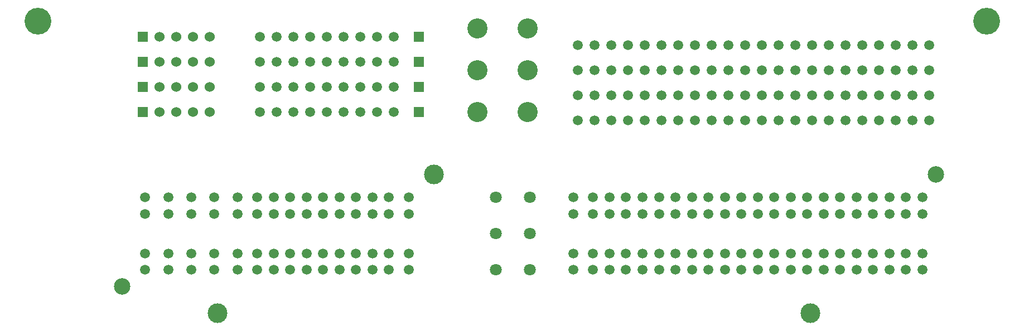
<source format=gts>
G04 (created by PCBNEW (2013-07-07 BZR 4022)-stable) date 02/06/2014 08:27:59*
%MOIN*%
G04 Gerber Fmt 3.4, Leading zero omitted, Abs format*
%FSLAX34Y34*%
G01*
G70*
G90*
G04 APERTURE LIST*
%ADD10C,0.00590551*%
%ADD11C,0.11811*%
%ADD12C,0.0984252*%
%ADD13C,0.0590551*%
%ADD14C,0.0708661*%
%ADD15R,0.06X0.06*%
%ADD16C,0.06*%
%ADD17C,0.12063*%
%ADD18C,0.16*%
G04 APERTURE END LIST*
G54D10*
G54D11*
X41456Y-56043D03*
X76889Y-56043D03*
X54370Y-47736D03*
G54D12*
X84370Y-47736D03*
X35748Y-54429D03*
G54D13*
X37125Y-53444D03*
X38503Y-53444D03*
X39881Y-53444D03*
X41259Y-53444D03*
X42637Y-53444D03*
X43818Y-53444D03*
X44803Y-53444D03*
X45787Y-53444D03*
X46771Y-53444D03*
X47755Y-53444D03*
X48740Y-53444D03*
X49724Y-53444D03*
X50708Y-53444D03*
X51692Y-53444D03*
X52874Y-53444D03*
X37125Y-52460D03*
X38503Y-52460D03*
X39881Y-52460D03*
X41259Y-52460D03*
X42637Y-52460D03*
X43818Y-52460D03*
X44803Y-52460D03*
X45787Y-52460D03*
X46771Y-52460D03*
X47755Y-52460D03*
X48740Y-52460D03*
X49724Y-52460D03*
X50708Y-52460D03*
X51692Y-52460D03*
X52874Y-52460D03*
X37125Y-50098D03*
X38503Y-50098D03*
X39881Y-50098D03*
X41259Y-50098D03*
X42637Y-50098D03*
X43818Y-50098D03*
X44803Y-50098D03*
X45787Y-50098D03*
X46771Y-50098D03*
X47755Y-50098D03*
X48740Y-50098D03*
X49724Y-50098D03*
X50708Y-50098D03*
X51692Y-50098D03*
X52874Y-50098D03*
X37125Y-49114D03*
X38503Y-49114D03*
X39881Y-49114D03*
X41259Y-49114D03*
X42637Y-49114D03*
X43818Y-49114D03*
X44803Y-49114D03*
X45787Y-49114D03*
X46771Y-49114D03*
X47755Y-49114D03*
X48740Y-49114D03*
X49724Y-49114D03*
X50708Y-49114D03*
X51692Y-49114D03*
X52874Y-49114D03*
G54D14*
X58070Y-53444D03*
X60118Y-53444D03*
X58070Y-51279D03*
X60118Y-51279D03*
X58070Y-49114D03*
X60118Y-49114D03*
G54D13*
X62716Y-53444D03*
X63897Y-53444D03*
X64881Y-53444D03*
X65866Y-53444D03*
X66850Y-53444D03*
X67834Y-53444D03*
X68818Y-53444D03*
X69803Y-53444D03*
X70787Y-53444D03*
X71771Y-53444D03*
X72755Y-53444D03*
X73740Y-53444D03*
X74724Y-53444D03*
X75708Y-53444D03*
X76692Y-53444D03*
X77677Y-53444D03*
X78661Y-53444D03*
X79645Y-53444D03*
X80629Y-53444D03*
X81614Y-53444D03*
X82598Y-53444D03*
X83582Y-53444D03*
X62716Y-52460D03*
X63897Y-52460D03*
X64881Y-52460D03*
X65866Y-52460D03*
X66850Y-52460D03*
X67834Y-52460D03*
X68818Y-52460D03*
X69803Y-52460D03*
X70787Y-52460D03*
X71771Y-52460D03*
X72755Y-52460D03*
X73740Y-52460D03*
X74724Y-52460D03*
X75708Y-52460D03*
X76692Y-52460D03*
X77677Y-52460D03*
X78661Y-52460D03*
X79645Y-52460D03*
X80629Y-52460D03*
X81614Y-52460D03*
X82598Y-52460D03*
X83582Y-52460D03*
X62716Y-50098D03*
X63897Y-50098D03*
X64881Y-50098D03*
X65866Y-50098D03*
X66850Y-50098D03*
X67834Y-50098D03*
X68818Y-50098D03*
X69803Y-50098D03*
X70787Y-50098D03*
X71771Y-50098D03*
X72755Y-50098D03*
X73740Y-50098D03*
X74724Y-50098D03*
X75708Y-50098D03*
X76692Y-50098D03*
X77677Y-50098D03*
X78661Y-50098D03*
X79645Y-50098D03*
X80629Y-50098D03*
X81614Y-50098D03*
X82598Y-50098D03*
X83582Y-50098D03*
X62716Y-49114D03*
X63897Y-49114D03*
X64881Y-49114D03*
X65866Y-49114D03*
X66850Y-49114D03*
X67834Y-49114D03*
X68818Y-49114D03*
X69803Y-49114D03*
X70787Y-49114D03*
X71771Y-49114D03*
X72755Y-49114D03*
X73740Y-49114D03*
X74724Y-49114D03*
X75708Y-49114D03*
X76692Y-49114D03*
X77677Y-49114D03*
X78661Y-49114D03*
X79645Y-49114D03*
X80629Y-49114D03*
X81614Y-49114D03*
X82598Y-49114D03*
X83582Y-49114D03*
X44000Y-39500D03*
X45000Y-39500D03*
X46000Y-39500D03*
X47000Y-39500D03*
X48000Y-39500D03*
X49000Y-39500D03*
X50000Y-39500D03*
X51000Y-39500D03*
X52000Y-39500D03*
X44000Y-41000D03*
X45000Y-41000D03*
X46000Y-41000D03*
X47000Y-41000D03*
X48000Y-41000D03*
X49000Y-41000D03*
X50000Y-41000D03*
X51000Y-41000D03*
X52000Y-41000D03*
X44000Y-42500D03*
X45000Y-42500D03*
X46000Y-42500D03*
X47000Y-42500D03*
X48000Y-42500D03*
X49000Y-42500D03*
X50000Y-42500D03*
X51000Y-42500D03*
X52000Y-42500D03*
X44000Y-44000D03*
X45000Y-44000D03*
X46000Y-44000D03*
X47000Y-44000D03*
X48000Y-44000D03*
X49000Y-44000D03*
X50000Y-44000D03*
X51000Y-44000D03*
X52000Y-44000D03*
G54D15*
X37000Y-39500D03*
G54D16*
X38000Y-39500D03*
X39000Y-39500D03*
X40000Y-39500D03*
X41000Y-39500D03*
G54D15*
X37000Y-41000D03*
G54D16*
X38000Y-41000D03*
X39000Y-41000D03*
X40000Y-41000D03*
X41000Y-41000D03*
G54D15*
X37000Y-42500D03*
G54D16*
X38000Y-42500D03*
X39000Y-42500D03*
X40000Y-42500D03*
X41000Y-42500D03*
G54D15*
X37000Y-44000D03*
G54D16*
X38000Y-44000D03*
X39000Y-44000D03*
X40000Y-44000D03*
X41000Y-44000D03*
G54D13*
X63000Y-44500D03*
X64000Y-44500D03*
X65000Y-44500D03*
X66000Y-44500D03*
X67000Y-44500D03*
X68000Y-44500D03*
X69000Y-44500D03*
X70000Y-44500D03*
X71000Y-44500D03*
X72000Y-44500D03*
X73000Y-44500D03*
X74000Y-44500D03*
X75000Y-44500D03*
X76000Y-44500D03*
X77000Y-44500D03*
X78000Y-44500D03*
X79000Y-44500D03*
X80000Y-44500D03*
X81000Y-44500D03*
X82000Y-44500D03*
X83000Y-44500D03*
X84000Y-44500D03*
X63000Y-43000D03*
X64000Y-43000D03*
X65000Y-43000D03*
X66000Y-43000D03*
X67000Y-43000D03*
X68000Y-43000D03*
X69000Y-43000D03*
X70000Y-43000D03*
X71000Y-43000D03*
X72000Y-43000D03*
X73000Y-43000D03*
X74000Y-43000D03*
X75000Y-43000D03*
X76000Y-43000D03*
X77000Y-43000D03*
X78000Y-43000D03*
X79000Y-43000D03*
X80000Y-43000D03*
X81000Y-43000D03*
X82000Y-43000D03*
X83000Y-43000D03*
X84000Y-43000D03*
X63000Y-41500D03*
X64000Y-41500D03*
X65000Y-41500D03*
X66000Y-41500D03*
X67000Y-41500D03*
X68000Y-41500D03*
X69000Y-41500D03*
X70000Y-41500D03*
X71000Y-41500D03*
X72000Y-41500D03*
X73000Y-41500D03*
X74000Y-41500D03*
X75000Y-41500D03*
X76000Y-41500D03*
X77000Y-41500D03*
X78000Y-41500D03*
X79000Y-41500D03*
X80000Y-41500D03*
X81000Y-41500D03*
X82000Y-41500D03*
X83000Y-41500D03*
X84000Y-41500D03*
X63000Y-40000D03*
X64000Y-40000D03*
X65000Y-40000D03*
X66000Y-40000D03*
X67000Y-40000D03*
X68000Y-40000D03*
X69000Y-40000D03*
X70000Y-40000D03*
X71000Y-40000D03*
X72000Y-40000D03*
X73000Y-40000D03*
X74000Y-40000D03*
X75000Y-40000D03*
X76000Y-40000D03*
X77000Y-40000D03*
X78000Y-40000D03*
X79000Y-40000D03*
X80000Y-40000D03*
X81000Y-40000D03*
X82000Y-40000D03*
X83000Y-40000D03*
X84000Y-40000D03*
G54D17*
X57000Y-39000D03*
X60000Y-39000D03*
X57000Y-41500D03*
X60000Y-41500D03*
X57000Y-44000D03*
X60000Y-44000D03*
G54D15*
X53500Y-44000D03*
X53500Y-42500D03*
X53500Y-41000D03*
X53500Y-39500D03*
G54D18*
X30708Y-38582D03*
X87401Y-38582D03*
M02*

</source>
